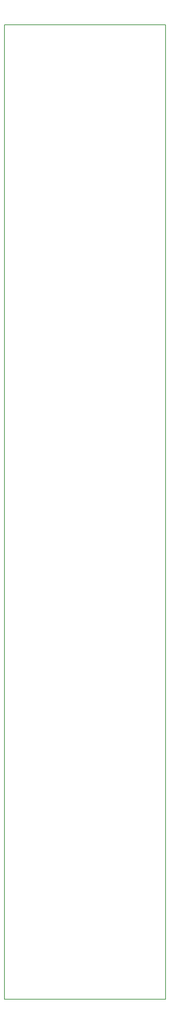
<source format=gbo>
G04 MADE WITH FRITZING*
G04 WWW.FRITZING.ORG*
G04 DOUBLE SIDED*
G04 HOLES PLATED*
G04 CONTOUR ON CENTER OF CONTOUR VECTOR*
%ASAXBY*%
%FSLAX23Y23*%
%MOIN*%
%OFA0B0*%
%SFA1.0B1.0*%
%ADD10R,1.574800X9.448830X1.558800X9.432830*%
%ADD11C,0.008000*%
%LNSILK0*%
G90*
G70*
G54D11*
X4Y9445D02*
X1571Y9445D01*
X1571Y4D01*
X4Y4D01*
X4Y9445D01*
D02*
G04 End of Silk0*
M02*
</source>
